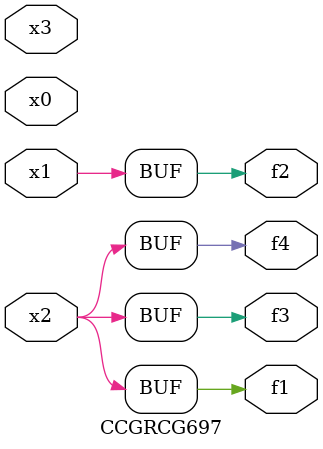
<source format=v>
module CCGRCG697(
	input x0, x1, x2, x3,
	output f1, f2, f3, f4
);
	assign f1 = x2;
	assign f2 = x1;
	assign f3 = x2;
	assign f4 = x2;
endmodule

</source>
